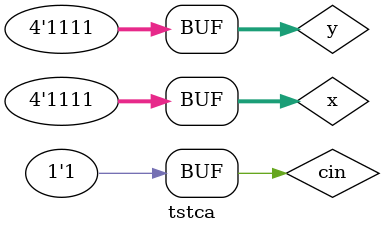
<source format=v>
module carry_ahead_adder (x,y,cin,S,cout);
	input [3:0] x,y;
	input cin;
	output [3:0] S  ;
	output cout;
	wire [3:0] G,P;
	wire [3:0] F;
	wire [3:1] C;
   and #7ns c1 (G[0],x[0],y[0]);		
   xor #11ns c2 (P[0],x[0],y[0]);
	
	  and #7ns c3 (G[1],x[1],y[1]);		
   xor #11ns c4 (P[1],x[1],y[1]); 
   
	 and #7ns c5 (G[2],x[2],y[2]);		
   xor #11ns c6 (P[2],x[2],y[2]); 
   
	 and #7ns c7 (G[3],x[3],y[3]);		
   xor #11ns c8 (P[3],x[3],y[3]);	  
    
   
   	and #7ns c10 (F[0],cin,P[0]);
   	  or #7ns c11 (C[1],F[0],G[0]);
   		
		  	and #7ns c12 (F[1],C[1],P[1]);
   	  or #7ns c13 (C[2],F[1],G[1]);
   
		  	and #7ns c14 (F[2],C[2],P[2]);
   	  or #7ns c15 (C[3],F[2],G[2]);
   
		  	and #7ns c16 (F[3],C[3],P[3]);
   	  or #7ns c17 (Cout,F[3],G[3]);
		 
		 xor #11ns c9 (S[0],P[0],cin);	
		 xor #11ns c18 (S[1],P[1],C[1]);	
		 xor #11ns c19 (S[2],P[2],C[2]);	
		 xor #11ns c20 (S[3],P[3],C[3]);	
		 
		 endmodule
		 
		 	 module tstca ();
			   reg [3:0] x,y;
			   reg cin;
			   wire [3:0] S;
			   wire cout;
			   carry_ahead_adder ca(x,y,cin,S,cout);
			   initial
				   
				   begin 
					  
					 {x[0],x[1],x[2],x[3],y[0],y[1],y[2],y[3],cin} =9'b000000000;
			 repeat (511)
			 #100ns 	 {x[0],x[1],x[2],x[3],y[0],y[1],y[2],y[3],cin} =   {x[0],x[1],x[2],x[3],y[0],y[1],y[2],y[3],cin} +  9'b000000001 ;
			     
				end
			   endmodule
			   
		 
</source>
